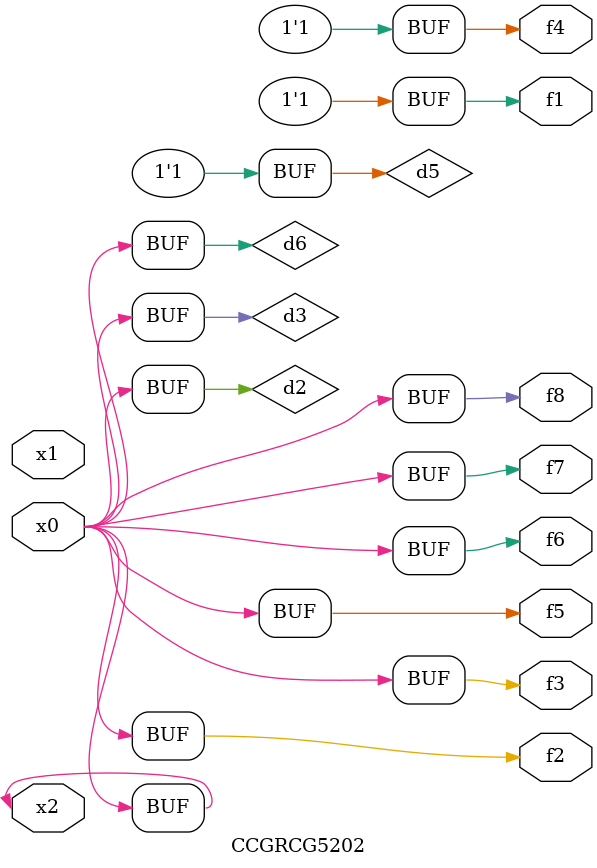
<source format=v>
module CCGRCG5202(
	input x0, x1, x2,
	output f1, f2, f3, f4, f5, f6, f7, f8
);

	wire d1, d2, d3, d4, d5, d6;

	xnor (d1, x2);
	buf (d2, x0, x2);
	and (d3, x0);
	xnor (d4, x1, x2);
	nand (d5, d1, d3);
	buf (d6, d2, d3);
	assign f1 = d5;
	assign f2 = d6;
	assign f3 = d6;
	assign f4 = d5;
	assign f5 = d6;
	assign f6 = d6;
	assign f7 = d6;
	assign f8 = d6;
endmodule

</source>
